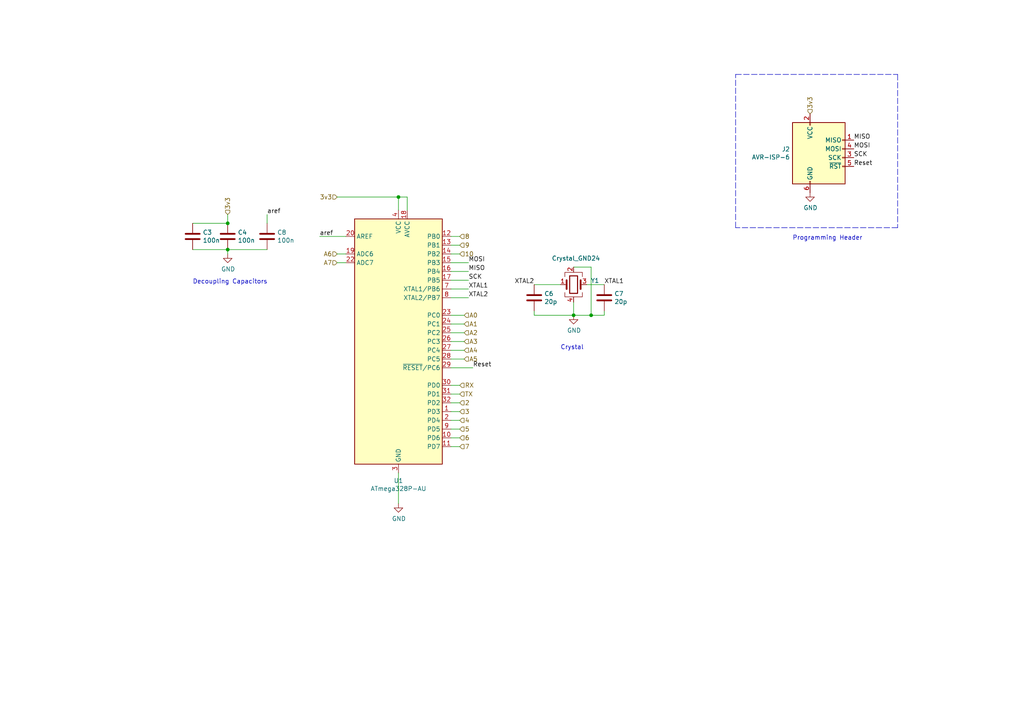
<source format=kicad_sch>
(kicad_sch (version 20211123) (generator eeschema)
  (paper "A4")
  (lib_symbols
    (symbol "Connector:AVR-ISP-6" (pin_names (offset 1.016))
      (property "Reference" "J" (at -6.35 11.43 0))
      (property "Value" "AVR-ISP-6" (at 0 11.43 0))
      (symbol "AVR-ISP-6_0_1"
        (rectangle (start -2.667 -6.858) (end -2.413 -7.62))
        (rectangle (start -2.667 10.16) (end -2.413 9.398))
        (rectangle (start 7.62 -2.413) (end 6.858 -2.667))
        (rectangle (start 7.62 0.127) (end 6.858 -0.127))
        (rectangle (start 7.62 2.667) (end 6.858 2.413))
        (rectangle (start 7.62 5.207) (end 6.858 4.953))
        (rectangle (start 7.62 10.16) (end -7.62 -7.62) (stroke (width 0.254)) (fill (type background)))
      )
      (symbol "AVR-ISP-6_1_1"
        (pin passive line (at 10.16 5.08 180) (length 2.54) (name "MISO") (number "1"))
        (pin passive line (at -2.54 12.7 270) (length 2.54) (name "VCC") (number "2"))
        (pin passive line (at 10.16 0 180) (length 2.54) (name "SCK") (number "3"))
        (pin passive line (at 10.16 2.54 180) (length 2.54) (name "MOSI") (number "4"))
        (pin passive line (at 10.16 -2.54 180) (length 2.54) (name "~{RST}") (number "5"))
        (pin passive line (at -2.54 -10.16 90) (length 2.54) (name "GND") (number "6"))
      )
    )
    (symbol "Device:C" (pin_numbers hide) (pin_names (offset 0.254))
      (property "Reference" "C" (at 0.635 2.54 0))
      (property "Value" "C" (at 0.635 -2.54 0))
      (symbol "C_0_1"
        (polyline (pts (xy -2.032 -0.762) (xy 2.032 -0.762)) (stroke (width 0.508)))
        (polyline (pts (xy -2.032 0.762) (xy 2.032 0.762)) (stroke (width 0.508)))
      )
      (symbol "C_1_1"
        (pin passive line (at 0 3.81 270) (length 2.794) (name "~") (number "1"))
        (pin passive line (at 0 -3.81 90) (length 2.794) (name "~") (number "2"))
      )
    )
    (symbol "Device:Crystal_GND24" (pin_names (offset 1.016) hide)
      (property "Reference" "Y" (at 3.175 5.08 0))
      (property "Value" "Crystal_GND24" (at 3.175 3.175 0))
      (symbol "Crystal_GND24_0_1"
        (rectangle (start -1.143 2.54) (end 1.143 -2.54) (stroke (width 0.3048)))
        (polyline (pts (xy -2.54 0) (xy -2.032 0)))
        (polyline (pts (xy -2.032 -1.27) (xy -2.032 1.27)) (stroke (width 0.508)))
        (polyline (pts (xy 0 -3.81) (xy 0 -3.556)))
        (polyline (pts (xy 0 3.556) (xy 0 3.81)))
        (polyline (pts (xy 2.032 -1.27) (xy 2.032 1.27)) (stroke (width 0.508)))
        (polyline (pts (xy 2.032 0) (xy 2.54 0)))
        (polyline (pts (xy -2.54 -2.286) (xy -2.54 -3.556) (xy 2.54 -3.556) (xy 2.54 -2.286)))
        (polyline (pts (xy -2.54 2.286) (xy -2.54 3.556) (xy 2.54 3.556) (xy 2.54 2.286)))
      )
      (symbol "Crystal_GND24_1_1"
        (pin passive line (at -3.81 0 0) (length 1.27) (name "1") (number "1"))
        (pin passive line (at 0 5.08 270) (length 1.27) (name "2") (number "2"))
        (pin passive line (at 3.81 0 180) (length 1.27) (name "3") (number "3"))
        (pin passive line (at 0 -5.08 90) (length 1.27) (name "4") (number "4"))
      )
    )
    (symbol "MCU_Microchip_ATmega:ATmega328P-AU"
      (property "Reference" "U" (at -12.7 36.83 0))
      (property "Value" "MCU_Microchip_ATmega_ATmega328P-AU" (at 2.54 -36.83 0))
      (symbol "ATmega328P-AU_0_1"
        (rectangle (start -12.7 -35.56) (end 12.7 35.56) (stroke (width 0.254)) (fill (type background)))
      )
      (symbol "ATmega328P-AU_1_1"
        (pin bidirectional line (at 15.24 -20.32 180) (length 2.54) (name "PD3") (number "1"))
        (pin bidirectional line (at 15.24 -27.94 180) (length 2.54) (name "PD6") (number "10"))
        (pin bidirectional line (at 15.24 -30.48 180) (length 2.54) (name "PD7") (number "11"))
        (pin bidirectional line (at 15.24 30.48 180) (length 2.54) (name "PB0") (number "12"))
        (pin bidirectional line (at 15.24 27.94 180) (length 2.54) (name "PB1") (number "13"))
        (pin bidirectional line (at 15.24 25.4 180) (length 2.54) (name "PB2") (number "14"))
        (pin bidirectional line (at 15.24 22.86 180) (length 2.54) (name "PB3") (number "15"))
        (pin bidirectional line (at 15.24 20.32 180) (length 2.54) (name "PB4") (number "16"))
        (pin bidirectional line (at 15.24 17.78 180) (length 2.54) (name "PB5") (number "17"))
        (pin power_in line (at 2.54 38.1 270) (length 2.54) (name "AVCC") (number "18"))
        (pin input line (at -15.24 25.4 0) (length 2.54) (name "ADC6") (number "19"))
        (pin bidirectional line (at 15.24 -22.86 180) (length 2.54) (name "PD4") (number "2"))
        (pin passive line (at -15.24 30.48 0) (length 2.54) (name "AREF") (number "20"))
        (pin passive line (at 0 -38.1 90) (length 2.54) hide (name "GND") (number "21"))
        (pin input line (at -15.24 22.86 0) (length 2.54) (name "ADC7") (number "22"))
        (pin bidirectional line (at 15.24 7.62 180) (length 2.54) (name "PC0") (number "23"))
        (pin bidirectional line (at 15.24 5.08 180) (length 2.54) (name "PC1") (number "24"))
        (pin bidirectional line (at 15.24 2.54 180) (length 2.54) (name "PC2") (number "25"))
        (pin bidirectional line (at 15.24 0 180) (length 2.54) (name "PC3") (number "26"))
        (pin bidirectional line (at 15.24 -2.54 180) (length 2.54) (name "PC4") (number "27"))
        (pin bidirectional line (at 15.24 -5.08 180) (length 2.54) (name "PC5") (number "28"))
        (pin bidirectional line (at 15.24 -7.62 180) (length 2.54) (name "~{RESET}/PC6") (number "29"))
        (pin power_in line (at 0 -38.1 90) (length 2.54) (name "GND") (number "3"))
        (pin bidirectional line (at 15.24 -12.7 180) (length 2.54) (name "PD0") (number "30"))
        (pin bidirectional line (at 15.24 -15.24 180) (length 2.54) (name "PD1") (number "31"))
        (pin bidirectional line (at 15.24 -17.78 180) (length 2.54) (name "PD2") (number "32"))
        (pin power_in line (at 0 38.1 270) (length 2.54) (name "VCC") (number "4"))
        (pin passive line (at 0 -38.1 90) (length 2.54) hide (name "GND") (number "5"))
        (pin passive line (at 0 38.1 270) (length 2.54) hide (name "VCC") (number "6"))
        (pin bidirectional line (at 15.24 15.24 180) (length 2.54) (name "XTAL1/PB6") (number "7"))
        (pin bidirectional line (at 15.24 12.7 180) (length 2.54) (name "XTAL2/PB7") (number "8"))
        (pin bidirectional line (at 15.24 -25.4 180) (length 2.54) (name "PD5") (number "9"))
      )
    )
    (symbol "power:GND" (power) (pin_names (offset 0))
      (property "Value" "GND" (at 0 -3.81 0))
      (symbol "GND_0_1"
        (polyline (pts (xy 0 0) (xy 0 -1.27) (xy 1.27 -1.27) (xy 0 -2.54) (xy -1.27 -1.27) (xy 0 -1.27)))
      )
      (symbol "GND_1_1"
        (pin power_in line (at 0 0 270) (length 0) hide (name "GND") (number "1"))
      )
    )
  )
  (junction (at 166.37 91.44))
  (junction (at 66.04 64.77))
  (junction (at 115.57 57.15))
  (junction (at 66.04 72.39))
  (junction (at 171.45 91.44))
  (wire (pts (xy 115.57 146.05) (xy 115.57 137.16)))
  (wire (pts (xy 130.81 114.3) (xy 133.35 114.3)))
  (wire (pts (xy 130.81 101.6) (xy 134.62 101.6)))
  (wire (pts (xy 97.79 73.66) (xy 100.33 73.66)))
  (wire (pts (xy 130.81 119.38) (xy 133.35 119.38)))
  (wire (pts (xy 130.81 78.74) (xy 135.89 78.74)))
  (wire (pts (xy 55.88 64.77) (xy 66.04 64.77)))
  (wire (pts (xy 166.37 77.47) (xy 171.45 77.47)))
  (wire (pts (xy 77.47 72.39) (xy 66.04 72.39)))
  (wire (pts (xy 171.45 91.44) (xy 175.26 91.44)))
  (wire (pts (xy 130.81 86.36) (xy 135.89 86.36)))
  (polyline (pts (xy 213.36 21.59) (xy 260.35 21.59)))
  (wire (pts (xy 130.81 96.52) (xy 134.62 96.52)))
  (wire (pts (xy 130.81 83.82) (xy 135.89 83.82)))
  (wire (pts (xy 166.37 87.63) (xy 166.37 91.44)))
  (wire (pts (xy 154.94 91.44) (xy 166.37 91.44)))
  (wire (pts (xy 130.81 68.58) (xy 133.35 68.58)))
  (wire (pts (xy 66.04 73.66) (xy 66.04 72.39)))
  (wire (pts (xy 170.18 82.55) (xy 175.26 82.55)))
  (wire (pts (xy 130.81 76.2) (xy 135.89 76.2)))
  (wire (pts (xy 133.35 116.84) (xy 130.81 116.84)))
  (wire (pts (xy 130.81 99.06) (xy 134.62 99.06)))
  (wire (pts (xy 130.81 127) (xy 133.35 127)))
  (wire (pts (xy 154.94 82.55) (xy 162.56 82.55)))
  (wire (pts (xy 171.45 77.47) (xy 171.45 91.44)))
  (wire (pts (xy 130.81 73.66) (xy 133.35 73.66)))
  (wire (pts (xy 118.11 60.96) (xy 118.11 57.15)))
  (wire (pts (xy 130.81 124.46) (xy 133.35 124.46)))
  (wire (pts (xy 166.37 91.44) (xy 171.45 91.44)))
  (wire (pts (xy 66.04 72.39) (xy 55.88 72.39)))
  (polyline (pts (xy 213.36 66.04) (xy 213.36 21.59)))
  (wire (pts (xy 100.33 68.58) (xy 92.71 68.58)))
  (wire (pts (xy 130.81 111.76) (xy 133.35 111.76)))
  (wire (pts (xy 133.35 121.92) (xy 130.81 121.92)))
  (wire (pts (xy 130.81 106.68) (xy 137.16 106.68)))
  (wire (pts (xy 130.81 71.12) (xy 133.35 71.12)))
  (wire (pts (xy 130.81 93.98) (xy 134.62 93.98)))
  (wire (pts (xy 66.04 62.23) (xy 66.04 64.77)))
  (wire (pts (xy 97.79 57.15) (xy 115.57 57.15)))
  (wire (pts (xy 154.94 90.17) (xy 154.94 91.44)))
  (wire (pts (xy 77.47 64.77) (xy 77.47 62.23)))
  (wire (pts (xy 130.81 91.44) (xy 134.62 91.44)))
  (wire (pts (xy 130.81 81.28) (xy 135.89 81.28)))
  (wire (pts (xy 175.26 91.44) (xy 175.26 90.17)))
  (wire (pts (xy 115.57 57.15) (xy 118.11 57.15)))
  (polyline (pts (xy 260.35 66.04) (xy 213.36 66.04)))
  (wire (pts (xy 115.57 60.96) (xy 115.57 57.15)))
  (wire (pts (xy 130.81 104.14) (xy 134.62 104.14)))
  (wire (pts (xy 97.79 76.2) (xy 100.33 76.2)))
  (polyline (pts (xy 260.35 21.59) (xy 260.35 66.04)))
  (wire (pts (xy 130.81 129.54) (xy 133.35 129.54)))
  (text "Crystal" (at 162.56 101.6 0) (effects (font (size 1.27 1.27)) (justify left bottom)))
  (text "Decoupling Capacitors" (at 55.88 82.55 0) (effects (font (size 1.27 1.27)) (justify left bottom)))
  (text "Programming Header" (at 250.19 69.85 180) (effects (font (size 1.27 1.27)) (justify right bottom)))
  (label "Reset" (at 137.16 106.68 0))
  (label "XTAL2" (at 154.94 82.55 180))
  (label "MISO" (at 135.89 78.74 0))
  (label "Reset" (at 247.65 48.26 0))
  (label "aref" (at 92.71 68.58 0))
  (label "MISO" (at 247.65 40.64 0))
  (label "SCK" (at 135.89 81.28 0))
  (label "XTAL1" (at 175.26 82.55 0))
  (label "XTAL1" (at 135.89 83.82 0))
  (label "SCK" (at 247.65 45.72 0))
  (label "XTAL2" (at 135.89 86.36 0))
  (label "MOSI" (at 247.65 43.18 0))
  (label "MOSI" (at 135.89 76.2 0))
  (label "aref" (at 77.47 62.23 0))
  (hierarchical_label "A4" (shape input) (at 134.62 101.6 0))
  (hierarchical_label "A3" (shape input) (at 134.62 99.06 0))
  (hierarchical_label "3v3" (shape input) (at 97.79 57.15 180))
  (hierarchical_label "RX" (shape input) (at 133.35 111.76 0))
  (hierarchical_label "A6" (shape input) (at 97.79 73.66 180))
  (hierarchical_label "5" (shape input) (at 133.35 124.46 0))
  (hierarchical_label "2" (shape input) (at 133.35 116.84 0))
  (hierarchical_label "A0" (shape input) (at 134.62 91.44 0))
  (hierarchical_label "A5" (shape input) (at 134.62 104.14 0))
  (hierarchical_label "A1" (shape input) (at 134.62 93.98 0))
  (hierarchical_label "3" (shape input) (at 133.35 119.38 0))
  (hierarchical_label "A2" (shape input) (at 134.62 96.52 0))
  (hierarchical_label "4" (shape input) (at 133.35 121.92 0))
  (hierarchical_label "10" (shape input) (at 133.35 73.66 0))
  (hierarchical_label "6" (shape input) (at 133.35 127 0))
  (hierarchical_label "7" (shape input) (at 133.35 129.54 0))
  (hierarchical_label "3v3" (shape input) (at 234.95 33.02 90))
  (hierarchical_label "3v3" (shape input) (at 66.04 62.23 90))
  (hierarchical_label "TX" (shape input) (at 133.35 114.3 0))
  (hierarchical_label "9" (shape input) (at 133.35 71.12 0))
  (hierarchical_label "8" (shape input) (at 133.35 68.58 0))
  (hierarchical_label "A7" (shape input) (at 97.79 76.2 180))
  (symbol (lib_id "MCU_Microchip_ATmega:ATmega328P-AU") (at 115.57 99.06 0) (unit 1)
    (property "Reference" "U1" (at 115.57 139.4206 0))
    (property "Value" "ATmega328P-AU" (at 115.57 141.732 0))
    (property "Footprint" "Package_QFP:TQFP-32_7x7mm_P0.8mm" (effects hide))
    (property "Datasheet" "http://ww1.microchip.com/downloads/en/DeviceDoc/ATmega328_P%20AVR%20MCU%20with%20picoPower%20Technology%20Data%20Sheet%2040001984A.pdf" (effects hide))
  )
  (symbol (lib_id "power:GND") (at 115.57 146.05 0) (unit 1)
    (property "Reference" "#PWR0109" (effects hide))
    (property "Value" "GND" (at 115.697 150.4442 0))
  )
  (symbol (lib_id "Device:C") (at 55.88 68.58 0) (unit 1)
    (property "Reference" "C3" (at 58.801 67.4116 0) (effects (justify left)))
    (property "Value" "100n" (at 58.801 69.723 0) (effects (justify left)))
    (property "Footprint" "Capacitor_SMD:C_0603_1608Metric" (effects hide))
  )
  (symbol (lib_id "Device:C") (at 66.04 68.58 0) (unit 1)
    (property "Reference" "C4" (at 68.961 67.4116 0) (effects (justify left)))
    (property "Value" "100n" (at 68.961 69.723 0) (effects (justify left)))
    (property "Footprint" "Capacitor_SMD:C_0603_1608Metric" (effects hide))
  )
  (symbol (lib_id "power:GND") (at 66.04 73.66 0) (unit 1)
    (property "Reference" "#PWR0110" (effects hide))
    (property "Value" "GND" (at 66.167 78.0542 0))
  )
  (symbol (lib_id "Connector:AVR-ISP-6") (at 237.49 45.72 0) (unit 1)
    (property "Reference" "J2" (at 229.1334 43.2816 0) (effects (justify right)))
    (property "Value" "AVR-ISP-6" (at 229.1334 45.593 0) (effects (justify right)))
    (property "Footprint" "Connector_PinHeader_2.54mm:PinHeader_2x03_P2.54mm_Vertical" (effects hide))
    (property "Datasheet" " ~" (effects hide))
  )
  (symbol (lib_id "power:GND") (at 234.95 55.88 0) (unit 1)
    (property "Reference" "#PWR0113" (effects hide))
    (property "Value" "GND" (at 235.077 60.2742 0))
  )
  (symbol (lib_id "Device:Crystal_GND24") (at 166.37 82.55 0) (unit 1)
    (property "Reference" "Y1" (at 171.2976 81.3816 0) (effects (justify left)))
    (property "Value" "Crystal_GND24" (at 160.02 74.93 0) (effects (justify left)))
    (property "Footprint" "Crystal:Crystal_SMD_3225-4Pin_3.2x2.5mm" (effects hide))
  )
  (symbol (lib_id "Device:C") (at 154.94 86.36 0) (unit 1)
    (property "Reference" "C6" (at 157.861 85.1916 0) (effects (justify left)))
    (property "Value" "20p" (at 157.861 87.503 0) (effects (justify left)))
    (property "Footprint" "Capacitor_SMD:C_0603_1608Metric" (effects hide))
  )
  (symbol (lib_id "Device:C") (at 175.26 86.36 0) (unit 1)
    (property "Reference" "C7" (at 178.181 85.1916 0) (effects (justify left)))
    (property "Value" "20p" (at 178.181 87.503 0) (effects (justify left)))
    (property "Footprint" "Capacitor_SMD:C_0603_1608Metric" (effects hide))
  )
  (symbol (lib_id "power:GND") (at 166.37 91.44 0) (unit 1)
    (property "Reference" "#PWR0111" (effects hide))
    (property "Value" "GND" (at 166.497 95.8342 0))
  )
  (symbol (lib_id "Device:C") (at 77.47 68.58 0) (unit 1)
    (property "Reference" "C8" (at 80.391 67.4116 0) (effects (justify left)))
    (property "Value" "100n" (at 80.391 69.723 0) (effects (justify left)))
    (property "Footprint" "Capacitor_SMD:C_0603_1608Metric" (effects hide))
  )
)
</source>
